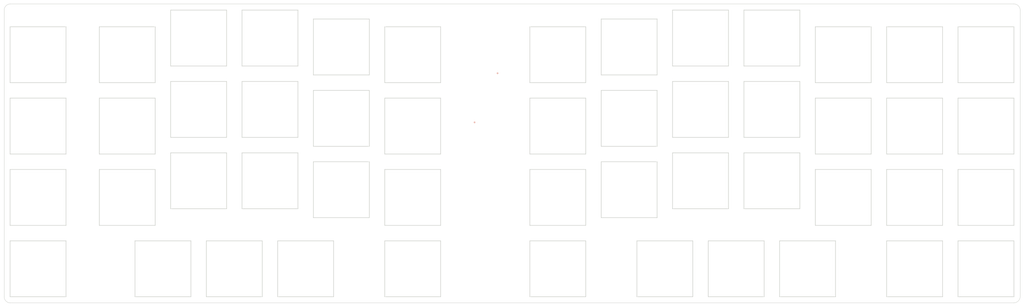
<source format=kicad_pcb>
(kicad_pcb (version 20240108) (generator "pcbnew") (generator_version "8.0")
  (title_block (title "sporkus") (date "2023-07-26") (rev "v0.2") (comment 1 "adding alps and layout options"))
  (layers (0 "F.Cu" signal) (31 "B.Cu" signal) (34 "B.Paste" user) (35 "F.Paste" user) (36 "B.SilkS" user "B.Silkscreen") (37 "F.SilkS" user "F.Silkscreen") (38 "B.Mask" user) (39 "F.Mask" user) (44 "Edge.Cuts" user))
  (net 0 "")
  (footprint "kbd_SW_Hole:SW_Hole_1u" (layer "F.Cu") (at 267.5 84.8)
    (property "Reference" "SW26" (hide yes))
    (property "Value" "SW_Push" (hide yes))
    (fp_line (start -7.05 -7.05) (end 7.05 -7.05) (stroke (width 0.15)) (layer "Edge.Cuts"))
    (fp_line (start -7.05 7.05) (end -7.05 -7.05) (stroke (width 0.15)) (layer "Edge.Cuts"))
    (fp_line (start 7.05 -7.05) (end 7.05 7.05) (stroke (width 0.15)) (layer "Edge.Cuts"))
    (fp_line (start 7.05 7.05) (end -7.05 7.05) (stroke (width 0.15)) (layer "Edge.Cuts"))
  )
  (footprint "kbd_SW_Hole:SW_Hole_1u" (layer "F.Cu") (at 195.5 98.6)
    (property "Reference" "SW35" (hide yes))
    (property "Value" "SW_Push" (hide yes))
    (fp_line (start -7.05 -7.05) (end 7.05 -7.05) (stroke (width 0.15)) (layer "Edge.Cuts"))
    (fp_line (start -7.05 7.05) (end -7.05 -7.05) (stroke (width 0.15)) (layer "Edge.Cuts"))
    (fp_line (start 7.05 -7.05) (end 7.05 7.05) (stroke (width 0.15)) (layer "Edge.Cuts"))
    (fp_line (start 7.05 7.05) (end -7.05 7.05) (stroke (width 0.15)) (layer "Edge.Cuts"))
  )
  (footprint "kbd_SW_Hole:SW_Hole_1u" (layer "F.Cu") (at 68.9 98.6)
    (property "Reference" "SW29" (hide yes))
    (property "Value" "SW_Push" (hide yes))
    (fp_line (start -7.05 -7.05) (end 7.05 -7.05) (stroke (width 0.15)) (layer "Edge.Cuts"))
    (fp_line (start -7.05 7.05) (end -7.05 -7.05) (stroke (width 0.15)) (layer "Edge.Cuts"))
    (fp_line (start 7.05 -7.05) (end 7.05 7.05) (stroke (width 0.15)) (layer "Edge.Cuts"))
    (fp_line (start 7.05 7.05) (end -7.05 7.05) (stroke (width 0.15)) (layer "Edge.Cuts"))
  )
  (footprint "kbd_SW_Hole:SW_Hole_1u" (layer "F.Cu") (at 231.5 66.8)
    (property "Reference" "SW11" (hide yes))
    (property "Value" "SW_Push" (hide yes))
    (fp_line (start -7.05 -7.05) (end 7.05 -7.05) (stroke (width 0.15)) (layer "Edge.Cuts"))
    (fp_line (start -7.05 7.05) (end -7.05 -7.05) (stroke (width 0.15)) (layer "Edge.Cuts"))
    (fp_line (start 7.05 -7.05) (end 7.05 7.05) (stroke (width 0.15)) (layer "Edge.Cuts"))
    (fp_line (start 7.05 7.05) (end -7.05 7.05) (stroke (width 0.15)) (layer "Edge.Cuts"))
  )
  (footprint "kbd_SW_Hole:SW_Hole_1u" (layer "F.Cu") (at 186.5 120.8)
    (property "Reference" "SW46" (hide yes))
    (property "Value" "SW_Push" (hide yes))
    (fp_line (start -7.05 -7.05) (end 7.05 -7.05) (stroke (width 0.15)) (layer "Edge.Cuts"))
    (fp_line (start -7.05 7.05) (end -7.05 -7.05) (stroke (width 0.15)) (layer "Edge.Cuts"))
    (fp_line (start 7.05 -7.05) (end 7.05 7.05) (stroke (width 0.15)) (layer "Edge.Cuts"))
    (fp_line (start 7.05 7.05) (end -7.05 7.05) (stroke (width 0.15)) (layer "Edge.Cuts"))
  )
  (footprint "kbd_SW_Hole:SW_Hole_1u" (layer "F.Cu") (at 159.5 66.8)
    (property "Reference" "SW7" (hide yes))
    (property "Value" "SW_Push" (hide yes))
    (fp_line (start -7.05 -7.05) (end 7.05 -7.05) (stroke (width 0.15)) (layer "Edge.Cuts"))
    (fp_line (start -7.05 7.05) (end -7.05 -7.05) (stroke (width 0.15)) (layer "Edge.Cuts"))
    (fp_line (start 7.05 -7.05) (end 7.05 7.05) (stroke (width 0.15)) (layer "Edge.Cuts"))
    (fp_line (start 7.05 7.05) (end -7.05 7.05) (stroke (width 0.15)) (layer "Edge.Cuts"))
  )
  (footprint "kbd_SW_Hole:SW_Hole_1u" (layer "F.Cu") (at 249.5 120.8)
    (property "Reference" "SW49" (hide yes))
    (property "Value" "SW_Push" (hide yes))
    (fp_line (start -7.05 -7.05) (end 7.05 -7.05) (stroke (width 0.15)) (layer "Edge.Cuts"))
    (fp_line (start -7.05 7.05) (end -7.05 -7.05) (stroke (width 0.15)) (layer "Edge.Cuts"))
    (fp_line (start 7.05 -7.05) (end 7.05 7.05) (stroke (width 0.15)) (layer "Edge.Cuts"))
    (fp_line (start 7.05 7.05) (end -7.05 7.05) (stroke (width 0.15)) (layer "Edge.Cuts"))
  )
  (footprint "kbd_SW_Hole:SW_Hole_1u" (layer "F.Cu") (at 95.9 120.8)
    (property "Reference" "SW43" (hide yes))
    (property "Value" "SW_Push" (hide yes))
    (fp_line (start -7.05 -7.05) (end 7.05 -7.05) (stroke (width 0.15)) (layer "Edge.Cuts"))
    (fp_line (start -7.05 7.05) (end -7.05 -7.05) (stroke (width 0.15)) (layer "Edge.Cuts"))
    (fp_line (start 7.05 -7.05) (end 7.05 7.05) (stroke (width 0.15)) (layer "Edge.Cuts"))
    (fp_line (start 7.05 7.05) (end -7.05 7.05) (stroke (width 0.15)) (layer "Edge.Cuts"))
  )
  (footprint "kbd_SW_Hole:SW_Hole_1u" (layer "F.Cu") (at 249.5 84.8)
    (property "Reference" "SW25" (hide yes))
    (property "Value" "SW_Push" (hide yes))
    (fp_line (start -7.05 -7.05) (end 7.05 -7.05) (stroke (width 0.15)) (layer "Edge.Cuts"))
    (fp_line (start -7.05 7.05) (end -7.05 -7.05) (stroke (width 0.15)) (layer "Edge.Cuts"))
    (fp_line (start 7.05 -7.05) (end 7.05 7.05) (stroke (width 0.15)) (layer "Edge.Cuts"))
    (fp_line (start 7.05 7.05) (end -7.05 7.05) (stroke (width 0.15)) (layer "Edge.Cuts"))
  )
  (footprint "kbd_SW_Hole:SW_Hole_1u" (layer "F.Cu") (at 267.5 66.8)
    (property "Reference" "SW13" (hide yes))
    (property "Value" "SW_Push" (hide yes))
    (fp_line (start -7.05 -7.05) (end 7.05 -7.05) (stroke (width 0.15)) (layer "Edge.Cuts"))
    (fp_line (start -7.05 7.05) (end -7.05 -7.05) (stroke (width 0.15)) (layer "Edge.Cuts"))
    (fp_line (start 7.05 -7.05) (end 7.05 7.05) (stroke (width 0.15)) (layer "Edge.Cuts"))
    (fp_line (start 7.05 7.05) (end -7.05 7.05) (stroke (width 0.15)) (layer "Edge.Cuts"))
  )
  (footprint "kbd_SW_Hole:SW_Hole_1u" (layer "F.Cu") (at 249.5 102.8)
    (property "Reference" "SW38" (hide yes))
    (property "Value" "SW_Push" (hide yes))
    (fp_line (start -7.05 -7.05) (end 7.05 -7.05) (stroke (width 0.15)) (layer "Edge.Cuts"))
    (fp_line (start -7.05 7.05) (end -7.05 -7.05) (stroke (width 0.15)) (layer "Edge.Cuts"))
    (fp_line (start 7.05 -7.05) (end 7.05 7.05) (stroke (width 0.15)) (layer "Edge.Cuts"))
    (fp_line (start 7.05 7.05) (end -7.05 7.05) (stroke (width 0.15)) (layer "Edge.Cuts"))
  )
  (footprint "kbd_SW_Hole:SW_Hole_1u" (layer "F.Cu") (at 177.5 100.85)
    (property "Reference" "SW34" (hide yes))
    (property "Value" "SW_Push" (hide yes))
    (fp_line (start -7.05 -7.05) (end 7.05 -7.05) (stroke (width 0.15)) (layer "Edge.Cuts"))
    (fp_line (start -7.05 7.05) (end -7.05 -7.05) (stroke (width 0.15)) (layer "Edge.Cuts"))
    (fp_line (start 7.05 -7.05) (end 7.05 7.05) (stroke (width 0.15)) (layer "Edge.Cuts"))
    (fp_line (start 7.05 7.05) (end -7.05 7.05) (stroke (width 0.15)) (layer "Edge.Cuts"))
  )
  (footprint "kbd_SW_Hole:SW_Hole_1u" (layer "F.Cu") (at 50.9 102.8)
    (property "Reference" "SW28" (hide yes))
    (property "Value" "SW_Push" (hide yes))
    (fp_line (start -7.05 -7.05) (end 7.05 -7.05) (stroke (width 0.15)) (layer "Edge.Cuts"))
    (fp_line (start -7.05 7.05) (end -7.05 -7.05) (stroke (width 0.15)) (layer "Edge.Cuts"))
    (fp_line (start 7.05 -7.05) (end 7.05 7.05) (stroke (width 0.15)) (layer "Edge.Cuts"))
    (fp_line (start 7.05 7.05) (end -7.05 7.05) (stroke (width 0.15)) (layer "Edge.Cuts"))
  )
  (footprint "kbd_SW_Hole:SW_Hole_1u" (layer "F.Cu") (at 68.9 62.6)
    (property "Reference" "SW3" (hide yes))
    (property "Value" "SW_Push" (hide yes))
    (fp_line (start -7.05 -7.05) (end 7.05 -7.05) (stroke (width 0.15)) (layer "Edge.Cuts"))
    (fp_line (start -7.05 7.05) (end -7.05 -7.05) (stroke (width 0.15)) (layer "Edge.Cuts"))
    (fp_line (start 7.05 -7.05) (end 7.05 7.05) (stroke (width 0.15)) (layer "Edge.Cuts"))
    (fp_line (start 7.05 7.05) (end -7.05 7.05) (stroke (width 0.15)) (layer "Edge.Cuts"))
  )
  (footprint "kbd_SW_Hole:SW_Hole_1u" (layer "F.Cu") (at 122.9 102.8)
    (property "Reference" "SW32" (hide yes))
    (property "Value" "SW_Push" (hide yes))
    (fp_line (start -7.05 -7.05) (end 7.05 -7.05) (stroke (width 0.15)) (layer "Edge.Cuts"))
    (fp_line (start -7.05 7.05) (end -7.05 -7.05) (stroke (width 0.15)) (layer "Edge.Cuts"))
    (fp_line (start 7.05 -7.05) (end 7.05 7.05) (stroke (width 0.15)) (layer "Edge.Cuts"))
    (fp_line (start 7.05 7.05) (end -7.05 7.05) (stroke (width 0.15)) (layer "Edge.Cuts"))
  )
  (footprint "kbd_SW_Hole:SW_Hole_1u" (layer "F.Cu") (at 195.5 80.6)
    (property "Reference" "SW22" (hide yes))
    (property "Value" "SW_Push" (hide yes))
    (fp_line (start -7.05 -7.05) (end 7.05 -7.05) (stroke (width 0.15)) (layer "Edge.Cuts"))
    (fp_line (start -7.05 7.05) (end -7.05 -7.05) (stroke (width 0.15)) (layer "Edge.Cuts"))
    (fp_line (start 7.05 -7.05) (end 7.05 7.05) (stroke (width 0.15)) (layer "Edge.Cuts"))
    (fp_line (start 7.05 7.05) (end -7.05 7.05) (stroke (width 0.15)) (layer "Edge.Cuts"))
  )
  (footprint "kbd_SW_Hole:SW_Hole_1u" (layer "F.Cu") (at 104.9 82.85)
    (property "Reference" "SW18" (hide yes))
    (property "Value" "SW_Push" (hide yes))
    (fp_line (start -7.05 -7.05) (end 7.05 -7.05) (stroke (width 0.15)) (layer "Edge.Cuts"))
    (fp_line (start -7.05 7.05) (end -7.05 -7.05) (stroke (width 0.15)) (layer "Edge.Cuts"))
    (fp_line (start 7.05 -7.05) (end 7.05 7.05) (stroke (width 0.15)) (layer "Edge.Cuts"))
    (fp_line (start 7.05 7.05) (end -7.05 7.05) (stroke (width 0.15)) (layer "Edge.Cuts"))
  )
  (footprint "kbd_SW_Hole:SW_Hole_1u" (layer "F.Cu") (at 104.9 100.85)
    (property "Reference" "SW31" (hide yes))
    (property "Value" "SW_Push" (hide yes))
    (fp_line (start -7.05 -7.05) (end 7.05 -7.05) (stroke (width 0.15)) (layer "Edge.Cuts"))
    (fp_line (start -7.05 7.05) (end -7.05 -7.05) (stroke (width 0.15)) (layer "Edge.Cuts"))
    (fp_line (start 7.05 -7.05) (end 7.05 7.05) (stroke (width 0.15)) (layer "Edge.Cuts"))
    (fp_line (start 7.05 7.05) (end -7.05 7.05) (stroke (width 0.15)) (layer "Edge.Cuts"))
  )
  (footprint "kbd_SW_Hole:SW_Hole_1u" (layer "F.Cu") (at 50.9 66.8)
    (property "Reference" "SW2" (hide yes))
    (property "Value" "SW_Push" (hide yes))
    (fp_line (start -7.05 -7.05) (end 7.05 -7.05) (stroke (width 0.15)) (layer "Edge.Cuts"))
    (fp_line (start -7.05 7.05) (end -7.05 -7.05) (stroke (width 0.15)) (layer "Edge.Cuts"))
    (fp_line (start 7.05 -7.05) (end 7.05 7.05) (stroke (width 0.15)) (layer "Edge.Cuts"))
    (fp_line (start 7.05 7.05) (end -7.05 7.05) (stroke (width 0.15)) (layer "Edge.Cuts"))
  )
  (footprint "kbd_SW_Hole:SW_Hole_1u" (layer "F.Cu") (at 213.5 62.6)
    (property "Reference" "SW10" (hide yes))
    (property "Value" "SW_Push" (hide yes))
    (fp_line (start -7.05 -7.05) (end 7.05 -7.05) (stroke (width 0.15)) (layer "Edge.Cuts"))
    (fp_line (start -7.05 7.05) (end -7.05 -7.05) (stroke (width 0.15)) (layer "Edge.Cuts"))
    (fp_line (start 7.05 -7.05) (end 7.05 7.05) (stroke (width 0.15)) (layer "Edge.Cuts"))
    (fp_line (start 7.05 7.05) (end -7.05 7.05) (stroke (width 0.15)) (layer "Edge.Cuts"))
  )
  (footprint "kbd_SW_Hole:SW_Hole_1u" (layer "F.Cu") (at 195.5 62.6)
    (property "Reference" "SW9" (hide yes))
    (property "Value" "SW_Push" (hide yes))
    (fp_line (start -7.05 -7.05) (end 7.05 -7.05) (stroke (width 0.15)) (layer "Edge.Cuts"))
    (fp_line (start -7.05 7.05) (end -7.05 -7.05) (stroke (width 0.15)) (layer "Edge.Cuts"))
    (fp_line (start 7.05 -7.05) (end 7.05 7.05) (stroke (width 0.15)) (layer "Edge.Cuts"))
    (fp_line (start 7.05 7.05) (end -7.05 7.05) (stroke (width 0.15)) (layer "Edge.Cuts"))
  )
  (footprint "kbd_SW_Hole:SW_Hole_1u" (layer "F.Cu") (at 86.9 80.6)
    (property "Reference" "SW17" (hide yes))
    (property "Value" "SW_Push" (hide yes))
    (fp_line (start -7.05 -7.05) (end 7.05 -7.05) (stroke (width 0.15)) (layer "Edge.Cuts"))
    (fp_line (start -7.05 7.05) (end -7.05 -7.05) (stroke (width 0.15)) (layer "Edge.Cuts"))
    (fp_line (start 7.05 -7.05) (end 7.05 7.05) (stroke (width 0.15)) (layer "Edge.Cuts"))
    (fp_line (start 7.05 7.05) (end -7.05 7.05) (stroke (width 0.15)) (layer "Edge.Cuts"))
  )
  (footprint "kbd_SW_Hole:SW_Hole_1u" (layer "F.Cu") (at 59.9 120.8)
    (property "Reference" "SW41" (hide yes))
    (property "Value" "SW_Push" (hide yes))
    (fp_line (start -7.05 -7.05) (end 7.05 -7.05) (stroke (width 0.15)) (layer "Edge.Cuts"))
    (fp_line (start -7.05 7.05) (end -7.05 -7.05) (stroke (width 0.15)) (layer "Edge.Cuts"))
    (fp_line (start 7.05 -7.05) (end 7.05 7.05) (stroke (width 0.15)) (layer "Edge.Cuts"))
    (fp_line (start 7.05 7.05) (end -7.05 7.05) (stroke (width 0.15)) (layer "Edge.Cuts"))
  )
  (footprint "kbd_SW_Hole:SW_Hole_1u" (layer "F.Cu") (at 86.9 62.6)
    (property "Reference" "SW4" (hide yes))
    (property "Value" "SW_Push" (hide yes))
    (fp_line (start -7.05 -7.05) (end 7.05 -7.05) (stroke (width 0.15)) (layer "Edge.Cuts"))
    (fp_line (start -7.05 7.05) (end -7.05 -7.05) (stroke (width 0.15)) (layer "Edge.Cuts"))
    (fp_line (start 7.05 -7.05) (end 7.05 7.05) (stroke (width 0.15)) (layer "Edge.Cuts"))
    (fp_line (start 7.05 7.05) (end -7.05 7.05) (stroke (width 0.15)) (layer "Edge.Cuts"))
  )
  (footprint "kbd_SW_Hole:SW_Hole_1u" (layer "F.Cu") (at 28.4 84.8)
    (property "Reference" "SW14" (hide yes))
    (property "Value" "SW_Push" (hide yes))
    (fp_line (start -7.05 -7.05) (end 7.05 -7.05) (stroke (width 0.15)) (layer "Edge.Cuts"))
    (fp_line (start -7.05 7.05) (end -7.05 -7.05) (stroke (width 0.15)) (layer "Edge.Cuts"))
    (fp_line (start 7.05 -7.05) (end 7.05 7.05) (stroke (width 0.15)) (layer "Edge.Cuts"))
    (fp_line (start 7.05 7.05) (end -7.05 7.05) (stroke (width 0.15)) (layer "Edge.Cuts"))
  )
  (footprint "kbd_SW_Hole:SW_Hole_1u" (layer "F.Cu") (at 122.9 84.8)
    (property "Reference" "SW19" (hide yes))
    (property "Value" "SW_Push" (hide yes))
    (fp_line (start -7.05 -7.05) (end 7.05 -7.05) (stroke (width 0.15)) (layer "Edge.Cuts"))
    (fp_line (start -7.05 7.05) (end -7.05 -7.05) (stroke (width 0.15)) (layer "Edge.Cuts"))
    (fp_line (start 7.05 -7.05) (end 7.05 7.05) (stroke (width 0.15)) (layer "Edge.Cuts"))
    (fp_line (start 7.05 7.05) (end -7.05 7.05) (stroke (width 0.15)) (layer "Edge.Cuts"))
  )
  (footprint "kbd_SW_Hole:SW_Hole_1u" (layer "F.Cu") (at 159.5 120.8)
    (property "Reference" "SW45" (hide yes))
    (property "Value" "SW_Push" (hide yes))
    (fp_line (start -7.05 -7.05) (end 7.05 -7.05) (stroke (width 0.15)) (layer "Edge.Cuts"))
    (fp_line (start -7.05 7.05) (end -7.05 -7.05) (stroke (width 0.15)) (layer "Edge.Cuts"))
    (fp_line (start 7.05 -7.05) (end 7.05 7.05) (stroke (width 0.15)) (layer "Edge.Cuts"))
    (fp_line (start 7.05 7.05) (end -7.05 7.05) (stroke (width 0.15)) (layer "Edge.Cuts"))
  )
  (footprint "kbd_SW_Hole:SW_Hole_1u" (layer "F.Cu") (at 267.5 102.8)
    (property "Reference" "SW39" (hide yes))
    (property "Value" "SW_Push" (hide yes))
    (fp_line (start -7.05 -7.05) (end 7.05 -7.05) (stroke (width 0.15)) (layer "Edge.Cuts"))
    (fp_line (start -7.05 7.05) (end -7.05 -7.05) (stroke (width 0.15)) (layer "Edge.Cuts"))
    (fp_line (start 7.05 -7.05) (end 7.05 7.05) (stroke (width 0.15)) (layer "Edge.Cuts"))
    (fp_line (start 7.05 7.05) (end -7.05 7.05) (stroke (width 0.15)) (layer "Edge.Cuts"))
  )
  (footprint "kbd_SW_Hole:SW_Hole_1u" (layer "F.Cu") (at 231.5 84.8)
    (property "Reference" "SW24" (hide yes))
    (property "Value" "SW_Push" (hide yes))
    (fp_line (start -7.05 -7.05) (end 7.05 -7.05) (stroke (width 0.15)) (layer "Edge.Cuts"))
    (fp_line (start -7.05 7.05) (end -7.05 -7.05) (stroke (width 0.15)) (layer "Edge.Cuts"))
    (fp_line (start 7.05 -7.05) (end 7.05 7.05) (stroke (width 0.15)) (layer "Edge.Cuts"))
    (fp_line (start 7.05 7.05) (end -7.05 7.05) (stroke (width 0.15)) (layer "Edge.Cuts"))
  )
  (footprint "kbd_SW_Hole:SW_Hole_1u" (layer "F.Cu") (at 50.9 84.8)
    (property "Reference" "SW15" (hide yes))
    (property "Value" "SW_Push" (hide yes))
    (fp_line (start -7.05 -7.05) (end 7.05 -7.05) (stroke (width 0.15)) (layer "Edge.Cuts"))
    (fp_line (start -7.05 7.05) (end -7.05 -7.05) (stroke (width 0.15)) (layer "Edge.Cuts"))
    (fp_line (start 7.05 -7.05) (end 7.05 7.05) (stroke (width 0.15)) (layer "Edge.Cuts"))
    (fp_line (start 7.05 7.05) (end -7.05 7.05) (stroke (width 0.15)) (layer "Edge.Cuts"))
  )
  (footprint "kbd_SW_Hole:SW_Hole_1u" (layer "F.Cu") (at 213.5 80.6)
    (property "Reference" "SW23" (hide yes))
    (property "Value" "SW_Push" (hide yes))
    (fp_line (start -7.05 -7.05) (end 7.05 -7.05) (stroke (width 0.15)) (layer "Edge.Cuts"))
    (fp_line (start -7.05 7.05) (end -7.05 -7.05) (stroke (width 0.15)) (layer "Edge.Cuts"))
    (fp_line (start 7.05 -7.05) (end 7.05 7.05) (stroke (width 0.15)) (layer "Edge.Cuts"))
    (fp_line (start 7.05 7.05) (end -7.05 7.05) (stroke (width 0.15)) (layer "Edge.Cuts"))
  )
  (footprint "kbd_SW_Hole:SW_Hole_1u" (layer "F.Cu") (at 86.9 98.6)
    (property "Reference" "SW30" (hide yes))
    (property "Value" "SW_Push" (hide yes))
    (fp_line (start -7.05 -7.05) (end 7.05 -7.05) (stroke (width 0.15)) (layer "Edge.Cuts"))
    (fp_line (start -7.05 7.05) (end -7.05 -7.05) (stroke (width 0.15)) (layer "Edge.Cuts"))
    (fp_line (start 7.05 -7.05) (end 7.05 7.05) (stroke (width 0.15)) (layer "Edge.Cuts"))
    (fp_line (start 7.05 7.05) (end -7.05 7.05) (stroke (width 0.15)) (layer "Edge.Cuts"))
  )
  (footprint "kbd_SW_Hole:SW_Hole_1u" (layer "F.Cu") (at 204.5 120.8)
    (property "Reference" "SW47" (hide yes))
    (property "Value" "SW_Push" (hide yes))
    (fp_line (start -7.05 -7.05) (end 7.05 -7.05) (stroke (width 0.15)) (layer "Edge.Cuts"))
    (fp_line (start -7.05 7.05) (end -7.05 -7.05) (stroke (width 0.15)) (layer "Edge.Cuts"))
    (fp_line (start 7.05 -7.05) (end 7.05 7.05) (stroke (width 0.15)) (layer "Edge.Cuts"))
    (fp_line (start 7.05 7.05) (end -7.05 7.05) (stroke (width 0.15)) (layer "Edge.Cuts"))
  )
  (footprint "kbd_SW_Hole:SW_Hole_1u" (layer "F.Cu") (at 122.9 66.8)
    (property "Reference" "SW6" (hide yes))
    (property "Value" "SW_Push" (hide yes))
    (fp_line (start -7.05 -7.05) (end 7.05 -7.05) (stroke (width 0.15)) (layer "Edge.Cuts"))
    (fp_line (start -7.05 7.05) (end -7.05 -7.05) (stroke (width 0.15)) (layer "Edge.Cuts"))
    (fp_line (start 7.05 -7.05) (end 7.05 7.05) (stroke (width 0.15)) (layer "Edge.Cuts"))
    (fp_line (start 7.05 7.05) (end -7.05 7.05) (stroke (width 0.15)) (layer "Edge.Cuts"))
  )
  (footprint "kbd_SW_Hole:SW_Hole_1u" (layer "F.Cu") (at 77.9 120.8)
    (property "Reference" "SW42" (hide yes))
    (property "Value" "SW_Push" (hide yes))
    (fp_line (start -7.05 -7.05) (end 7.05 -7.05) (stroke (width 0.15)) (layer "Edge.Cuts"))
    (fp_line (start -7.05 7.05) (end -7.05 -7.05) (stroke (width 0.15)) (layer "Edge.Cuts"))
    (fp_line (start 7.05 -7.05) (end 7.05 7.05) (stroke (width 0.15)) (layer "Edge.Cuts"))
    (fp_line (start 7.05 7.05) (end -7.05 7.05) (stroke (width 0.15)) (layer "Edge.Cuts"))
  )
  (footprint "kbd_SW_Hole:SW_Hole_1u" (layer "F.Cu") (at 267.5 120.8)
    (property "Reference" "SW50" (hide yes))
    (property "Value" "SW_Push" (hide yes))
    (fp_line (start -7.05 -7.05) (end 7.05 -7.05) (stroke (width 0.15)) (layer "Edge.Cuts"))
    (fp_line (start -7.05 7.05) (end -7.05 -7.05) (stroke (width 0.15)) (layer "Edge.Cuts"))
    (fp_line (start 7.05 -7.05) (end 7.05 7.05) (stroke (width 0.15)) (layer "Edge.Cuts"))
    (fp_line (start 7.05 7.05) (end -7.05 7.05) (stroke (width 0.15)) (layer "Edge.Cuts"))
  )
  (footprint "kbd_SW_Hole:SW_Hole_1u" (layer "F.Cu") (at 159.5 102.8)
    (property "Reference" "SW33" (hide yes))
    (property "Value" "SW_Push" (hide yes))
    (fp_line (start -7.05 -7.05) (end 7.05 -7.05) (stroke (width 0.15)) (layer "Edge.Cuts"))
    (fp_line (start -7.05 7.05) (end -7.05 -7.05) (stroke (width 0.15)) (layer "Edge.Cuts"))
    (fp_line (start 7.05 -7.05) (end 7.05 7.05) (stroke (width 0.15)) (layer "Edge.Cuts"))
    (fp_line (start 7.05 7.05) (end -7.05 7.05) (stroke (width 0.15)) (layer "Edge.Cuts"))
  )
  (footprint "kbd_SW_Hole:SW_Hole_1u" (layer "F.Cu") (at 249.5 66.8)
    (property "Reference" "SW12" (hide yes))
    (property "Value" "SW_Push" (hide yes))
    (fp_line (start -7.05 -7.05) (end 7.05 -7.05) (stroke (width 0.15)) (layer "Edge.Cuts"))
    (fp_line (start -7.05 7.05) (end -7.05 -7.05) (stroke (width 0.15)) (layer "Edge.Cuts"))
    (fp_line (start 7.05 -7.05) (end 7.05 7.05) (stroke (width 0.15)) (layer "Edge.Cuts"))
    (fp_line (start 7.05 7.05) (end -7.05 7.05) (stroke (width 0.15)) (layer "Edge.Cuts"))
  )
  (footprint "kbd_SW_Hole:SW_Hole_1u" (layer "F.Cu") (at 231.5 102.8)
    (property "Reference" "SW37" (hide yes))
    (property "Value" "SW_Push" (hide yes))
    (fp_line (start -7.05 -7.05) (end 7.05 -7.05) (stroke (width 0.15)) (layer "Edge.Cuts"))
    (fp_line (start -7.05 7.05) (end -7.05 -7.05) (stroke (width 0.15)) (layer "Edge.Cuts"))
    (fp_line (start 7.05 -7.05) (end 7.05 7.05) (stroke (width 0.15)) (layer "Edge.Cuts"))
    (fp_line (start 7.05 7.05) (end -7.05 7.05) (stroke (width 0.15)) (layer "Edge.Cuts"))
  )
  (footprint "kbd_SW_Hole:SW_Hole_1u" (layer "F.Cu") (at 28.4 120.8)
    (property "Reference" "SW40" (hide yes))
    (property "Value" "SW_Push" (hide yes))
    (fp_line (start -7.05 -7.05) (end 7.05 -7.05) (stroke (width 0.15)) (layer "Edge.Cuts"))
    (fp_line (start -7.05 7.05) (end -7.05 -7.05) (stroke (width 0.15)) (layer "Edge.Cuts"))
    (fp_line (start 7.05 -7.05) (end 7.05 7.05) (stroke (width 0.15)) (layer "Edge.Cuts"))
    (fp_line (start 7.05 7.05) (end -7.05 7.05) (stroke (width 0.15)) (layer "Edge.Cuts"))
  )
  (footprint "kbd_SW_Hole:SW_Hole_1u" (layer "F.Cu") (at 177.5 82.85)
    (property "Reference" "SW21" (hide yes))
    (property "Value" "SW_Push" (hide yes))
    (fp_line (start -7.05 -7.05) (end 7.05 -7.05) (stroke (width 0.15)) (layer "Edge.Cuts"))
    (fp_line (start -7.05 7.05) (end -7.05 -7.05) (stroke (width 0.15)) (layer "Edge.Cuts"))
    (fp_line (start 7.05 -7.05) (end 7.05 7.05) (stroke (width 0.15)) (layer "Edge.Cuts"))
    (fp_line (start 7.05 7.05) (end -7.05 7.05) (stroke (width 0.15)) (layer "Edge.Cuts"))
  )
  (footprint "kbd_SW_Hole:SW_Hole_1u" (layer "F.Cu") (at 159.5 84.8)
    (property "Reference" "SW20" (hide yes))
    (property "Value" "SW_Push" (hide yes))
    (fp_line (start -7.05 -7.05) (end 7.05 -7.05) (stroke (width 0.15)) (layer "Edge.Cuts"))
    (fp_line (start -7.05 7.05) (end -7.05 -7.05) (stroke (width 0.15)) (layer "Edge.Cuts"))
    (fp_line (start 7.05 -7.05) (end 7.05 7.05) (stroke (width 0.15)) (layer "Edge.Cuts"))
    (fp_line (start 7.05 7.05) (end -7.05 7.05) (stroke (width 0.15)) (layer "Edge.Cuts"))
  )
  (footprint "kbd_SW_Hole:SW_Hole_1u" (layer "F.Cu") (at 104.9 64.85)
    (property "Reference" "SW5" (hide yes))
    (property "Value" "SW_Push" (hide yes))
    (fp_line (start -7.05 -7.05) (end 7.05 -7.05) (stroke (width 0.15)) (layer "Edge.Cuts"))
    (fp_line (start -7.05 7.05) (end -7.05 -7.05) (stroke (width 0.15)) (layer "Edge.Cuts"))
    (fp_line (start 7.05 -7.05) (end 7.05 7.05) (stroke (width 0.15)) (layer "Edge.Cuts"))
    (fp_line (start 7.05 7.05) (end -7.05 7.05) (stroke (width 0.15)) (layer "Edge.Cuts"))
  )
  (footprint "kbd_SW_Hole:SW_Hole_1u" (layer "F.Cu") (at 222.5 120.8)
    (property "Reference" "SW48" (hide yes))
    (property "Value" "SW_Push" (hide yes))
    (fp_line (start -7.05 -7.05) (end 7.05 -7.05) (stroke (width 0.15)) (layer "Edge.Cuts"))
    (fp_line (start -7.05 7.05) (end -7.05 -7.05) (stroke (width 0.15)) (layer "Edge.Cuts"))
    (fp_line (start 7.05 -7.05) (end 7.05 7.05) (stroke (width 0.15)) (layer "Edge.Cuts"))
    (fp_line (start 7.05 7.05) (end -7.05 7.05) (stroke (width 0.15)) (layer "Edge.Cuts"))
  )
  (footprint "kbd_SW_Hole:SW_Hole_1u" (layer "F.Cu") (at 68.9 80.6)
    (property "Reference" "SW16" (hide yes))
    (property "Value" "SW_Push" (hide yes))
    (fp_line (start -7.05 -7.05) (end 7.05 -7.05) (stroke (width 0.15)) (layer "Edge.Cuts"))
    (fp_line (start -7.05 7.05) (end -7.05 -7.05) (stroke (width 0.15)) (layer "Edge.Cuts"))
    (fp_line (start 7.05 -7.05) (end 7.05 7.05) (stroke (width 0.15)) (layer "Edge.Cuts"))
    (fp_line (start 7.05 7.05) (end -7.05 7.05) (stroke (width 0.15)) (layer "Edge.Cuts"))
  )
  (footprint "kbd_SW_Hole:SW_Hole_1u" (layer "F.Cu") (at 177.5 64.85)
    (property "Reference" "SW8" (hide yes))
    (property "Value" "SW_Push" (hide yes))
    (fp_line (start -7.05 -7.05) (end 7.05 -7.05) (stroke (width 0.15)) (layer "Edge.Cuts"))
    (fp_line (start -7.05 7.05) (end -7.05 -7.05) (stroke (width 0.15)) (layer "Edge.Cuts"))
    (fp_line (start 7.05 -7.05) (end 7.05 7.05) (stroke (width 0.15)) (layer "Edge.Cuts"))
    (fp_line (start 7.05 7.05) (end -7.05 7.05) (stroke (width 0.15)) (layer "Edge.Cuts"))
  )
  (footprint "kbd_SW_Hole:SW_Hole_1u" (layer "F.Cu") (at 28.4 102.8)
    (property "Reference" "SW27" (hide yes))
    (property "Value" "SW_Push" (hide yes))
    (fp_line (start -7.05 -7.05) (end 7.05 -7.05) (stroke (width 0.15)) (layer "Edge.Cuts"))
    (fp_line (start -7.05 7.05) (end -7.05 -7.05) (stroke (width 0.15)) (layer "Edge.Cuts"))
    (fp_line (start 7.05 -7.05) (end 7.05 7.05) (stroke (width 0.15)) (layer "Edge.Cuts"))
    (fp_line (start 7.05 7.05) (end -7.05 7.05) (stroke (width 0.15)) (layer "Edge.Cuts"))
  )
  (footprint "kbd_SW_Hole:SW_Hole_1u" (layer "F.Cu") (at 122.9 120.8)
    (property "Reference" "SW44" (hide yes))
    (property "Value" "SW_Push" (hide yes))
    (fp_line (start -7.05 -7.05) (end 7.05 -7.05) (stroke (width 0.15)) (layer "Edge.Cuts"))
    (fp_line (start -7.05 7.05) (end -7.05 -7.05) (stroke (width 0.15)) (layer "Edge.Cuts"))
    (fp_line (start 7.05 -7.05) (end 7.05 7.05) (stroke (width 0.15)) (layer "Edge.Cuts"))
    (fp_line (start 7.05 7.05) (end -7.05 7.05) (stroke (width 0.15)) (layer "Edge.Cuts"))
  )
  (footprint "kbd_SW_Hole:SW_Hole_1u" (layer "F.Cu") (at 28.4 66.8)
    (property "Reference" "SW1" (hide yes))
    (property "Value" "SW_Push" (hide yes))
    (fp_line (start -7.05 -7.05) (end 7.05 -7.05) (stroke (width 0.15)) (layer "Edge.Cuts"))
    (fp_line (start -7.05 7.05) (end -7.05 -7.05) (stroke (width 0.15)) (layer "Edge.Cuts"))
    (fp_line (start 7.05 -7.05) (end 7.05 7.05) (stroke (width 0.15)) (layer "Edge.Cuts"))
    (fp_line (start 7.05 7.05) (end -7.05 7.05) (stroke (width 0.15)) (layer "Edge.Cuts"))
  )
  (footprint "kbd_SW_Hole:SW_Hole_1u" (layer "F.Cu") (at 213.5 98.6)
    (property "Reference" "SW36" (hide yes))
    (property "Value" "SW_Push" (hide yes))
    (fp_line (start -7.05 -7.05) (end 7.05 -7.05) (stroke (width 0.15)) (layer "Edge.Cuts"))
    (fp_line (start -7.05 7.05) (end -7.05 -7.05) (stroke (width 0.15)) (layer "Edge.Cuts"))
    (fp_line (start 7.05 -7.05) (end 7.05 7.05) (stroke (width 0.15)) (layer "Edge.Cuts"))
    (fp_line (start 7.05 7.05) (end -7.05 7.05) (stroke (width 0.15)) (layer "Edge.Cuts"))
  )
  (gr_circle (center 144.3025 71.47875) (end 144.2025 71.57875) (stroke (width 0.15)) (fill none) (layer "B.SilkS"))
  (gr_circle (center 138.50375 83.86875) (end 138.40375 83.96875) (stroke (width 0.15)) (fill none) (layer "B.SilkS"))
  (gr_line (start 21.36375 53.9975) (end 274.52625 53.9975) (stroke (width 0.1)) (layer "Edge.Cuts"))
  (gr_line (start 274.53875 129.3975) (end 21.35125 129.3975) (stroke (width 0.1)) (layer "Edge.Cuts"))
  (gr_line (start 19.86375 127.7975) (end 19.86375 55.5975) (stroke (width 0.1)) (layer "Edge.Cuts"))
  (gr_line (start 276.13875 55.5975) (end 276.13875 127.7975) (stroke (width 0.1)) (layer "Edge.Cuts"))
  (gr_arc (start 274.52625 53.9975) (mid 275.66576 54.461666) (end 276.13875 55.5975) (stroke (width 0.1)) (layer "Edge.Cuts"))
  (gr_arc (start 276.13875 127.7975) (mid 275.654779 128.914759) (end 274.53875 129.3975) (stroke (width 0.1)) (layer "Edge.Cuts"))
  (gr_arc (start 21.354694 129.3975) (mid 20.277857 128.906298) (end 19.86375 127.797526) (stroke (width 0.1)) (layer "Edge.Cuts"))
  (gr_arc (start 19.86375 55.5975) (mid 20.282379 54.48684) (end 21.36375 53.9975) (stroke (width 0.1)) (layer "Edge.Cuts"))
)
</source>
